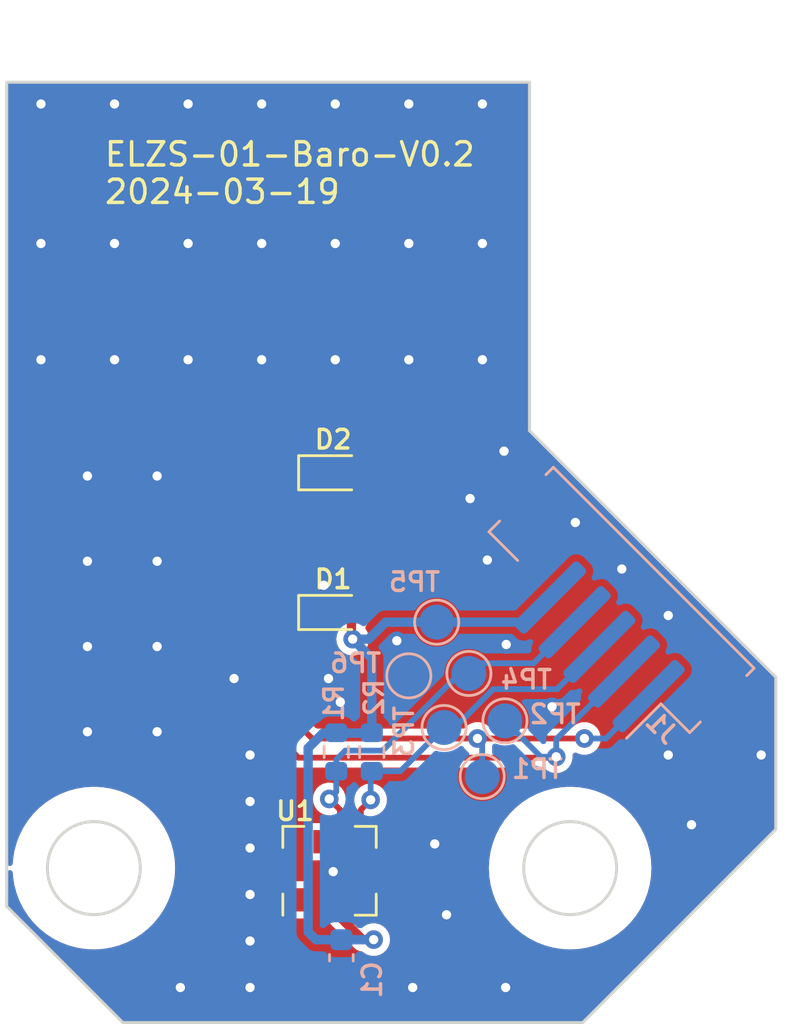
<source format=kicad_pcb>
(kicad_pcb (version 20221018) (generator pcbnew)
  (title_block (title "ELZS-01-Baro") (date "2024-03-19") (rev "V0.2") (company "Ovobot") (comment 1 "ELZS-01 Baro副板，V0.1，33x41x1.6mm ，FR4，2层，绿油白字，无铅喷锡"))
  (layers (0 "F.Cu" signal) (31 "B.Cu" signal) (34 "B.Paste" user) (35 "F.Paste" user) (36 "B.SilkS" user "B.Silkscreen") (37 "F.SilkS" user "F.Silkscreen") (38 "B.Mask" user) (39 "F.Mask" user) (44 "Edge.Cuts" user))
  (net 0 "")
  (net 1 "+3V3")
  (net 2 "/LED_RED")
  (net 3 "/LED_BLUE")
  (net 4 "GND")
  (net 5 "/SDA1")
  (net 6 "/SCL1")
  (footprint "Diode_SMD:D_0603_1608Metric" (layer "F.Cu") (at 87.575 99.862)
    (fp_text reference "D2" (at 0 -1.43) (layer "F.SilkS") (effects (font (size 0.8 0.8))))
    (fp_text value "BLUE")
    (fp_line (start -1.485 -0.735) (end -1.485 0.735) (stroke (width 0.12)) (layer "F.SilkS"))
    (fp_line (start -1.485 0.735) (end 0.8 0.735) (stroke (width 0.12)) (layer "F.SilkS"))
    (fp_line (start 0.8 -0.735) (end -1.485 -0.735) (stroke (width 0.12)) (layer "F.SilkS"))
    (pad "1" smd roundrect (at -0.7875 0) (size 0.875 0.95) (layers "F.Cu" "F.Paste" "F.Mask") (net 3 "/LED_BLUE"))
    (pad "2" smd roundrect (at 0.7875 0) (size 0.875 0.95) (layers "F.Cu" "F.Paste" "F.Mask") (net 1 "+3V3"))
  )
  (footprint "Diode_SMD:D_0603_1608Metric" (layer "F.Cu") (at 87.575 105.87)
    (fp_text reference "D1" (at 0 -1.43) (layer "F.SilkS") (effects (font (size 0.8 0.8))))
    (fp_text value "RED")
    (fp_line (start -1.485 -0.735) (end -1.485 0.735) (stroke (width 0.12)) (layer "F.SilkS"))
    (fp_line (start -1.485 0.735) (end 0.8 0.735) (stroke (width 0.12)) (layer "F.SilkS"))
    (fp_line (start 0.8 -0.735) (end -1.485 -0.735) (stroke (width 0.12)) (layer "F.SilkS"))
    (pad "1" smd roundrect (at -0.7875 0) (size 0.875 0.95) (layers "F.Cu" "F.Paste" "F.Mask") (net 2 "/LED_RED"))
    (pad "2" smd roundrect (at 0.7875 0) (size 0.875 0.95) (layers "F.Cu" "F.Paste" "F.Mask") (net 1 "+3V3"))
  )
  (footprint "Ovo_Package_LGA:HOPERF_LGA-8_3.8x3.6mm_P0.9mm" (layer "F.Cu") (at 87.42 116.98 90)
    (fp_text reference "U1" (at 2.567 -1.487 unlocked) (layer "F.SilkS") (effects (font (size 0.8 0.8))))
    (fp_text value "HP203B")
    (fp_line (start -1.91 -2.01) (end -1 -2.01) (stroke (width 0.12)) (layer "F.SilkS"))
    (fp_line (start -1.91 2.01) (end -1.91 1.1) (stroke (width 0.12)) (layer "F.SilkS"))
    (fp_line (start -1 2.01) (end -1.91 2.01) (stroke (width 0.12)) (layer "F.SilkS"))
    (fp_line (start 1 -2.01) (end 1.91 -2.01) (stroke (width 0.12)) (layer "F.SilkS"))
    (fp_line (start 1.91 -2.01) (end 1.91 -1.1) (stroke (width 0.12)) (layer "F.SilkS"))
    (fp_line (start 1.91 1.1) (end 1.91 2.01) (stroke (width 0.12)) (layer "F.SilkS"))
    (fp_line (start 1.91 2.01) (end 1 2.01) (stroke (width 0.12)) (layer "F.SilkS"))
    (pad "1" smd rect (at -1.25 -1.35 90) (size 1 0.5) (layers "F.Cu" "F.Paste" "F.Mask"))
    (pad "2" smd rect (at -1.25 -0.45 90) (size 1 0.5) (layers "F.Cu" "F.Paste" "F.Mask") (net 4 "GND"))
    (pad "3" smd rect (at -1.25 0.45 90) (size 1 0.5) (layers "F.Cu" "F.Paste" "F.Mask") (net 1 "+3V3"))
    (pad "4" smd rect (at -1.25 1.35 90) (size 1 0.5) (layers "F.Cu" "F.Paste" "F.Mask"))
    (pad "5" smd rect (at 1.25 1.35 90) (size 1 0.5) (layers "F.Cu" "F.Paste" "F.Mask") (net 6 "/SCL1"))
    (pad "6" smd rect (at 1.25 0.45 90) (size 1 0.5) (layers "F.Cu" "F.Paste" "F.Mask") (net 5 "/SDA1"))
    (pad "7" smd rect (at 1.25 -0.45 90) (size 1 0.5) (layers "F.Cu" "F.Paste" "F.Mask"))
    (pad "8" smd rect (at 1.25 -1.35 90) (size 1 0.5) (layers "F.Cu" "F.Paste" "F.Mask") (net 4 "GND"))
  )
  (footprint "Resistor_SMD:R_0603_1608Metric" (layer "B.Cu") (at 87.71 111.87 -90)
    (fp_text reference "R1" (at -2.108 0.099 90) (layer "B.SilkS") (effects (font (size 0.8 0.8)) (justify mirror)))
    (fp_text value "10K")
    (fp_line (start -0.237258 -0.5225) (end 0.237258 -0.5225) (stroke (width 0.12)) (layer "B.SilkS"))
    (fp_line (start -0.237258 0.5225) (end 0.237258 0.5225) (stroke (width 0.12)) (layer "B.SilkS"))
    (pad "1" smd roundrect (at -0.825 0 270) (size 0.8 0.95) (layers "B.Cu" "B.Paste" "B.Mask") (net 1 "+3V3"))
    (pad "2" smd roundrect (at 0.825 0 270) (size 0.8 0.95) (layers "B.Cu" "B.Paste" "B.Mask") (net 5 "/SDA1"))
  )
  (footprint "TestPoint:TestPoint_Pad_D1.5mm" (layer "B.Cu") (at 93.418 108.493 180)
    (fp_text reference "TP4" (at -2.472 -0.268) (layer "B.SilkS") (effects (font (size 0.8 0.8)) (justify mirror)))
    (fp_text value "SDA")
    (fp_circle (center 0 0) (end 0 -0.95) (stroke (width 0.12)) (fill none) (layer "B.SilkS"))
    (pad "1" smd circle (at 0 0 180) (size 1.5 1.5) (layers "B.Cu" "B.Mask") (net 5 "/SDA1"))
  )
  (footprint "TestPoint:TestPoint_Pad_D1.5mm" (layer "B.Cu") (at 92.033 106.287 180)
    (fp_text reference "TP5" (at 0.959 1.726) (layer "B.SilkS") (effects (font (size 0.8 0.8)) (justify mirror)))
    (fp_text value "3V3")
    (fp_circle (center 0 0) (end 0 -0.95) (stroke (width 0.12)) (fill none) (layer "B.SilkS"))
    (pad "1" smd circle (at 0 0 180) (size 1.5 1.5) (layers "B.Cu" "B.Mask") (net 1 "+3V3"))
  )
  (footprint "TestPoint:TestPoint_Pad_D1.5mm" (layer "B.Cu") (at 92.349 110.818 180)
    (fp_text reference "TP3" (at 1.72 -0.175 90) (layer "B.SilkS") (effects (font (size 0.8 0.8)) (justify mirror)))
    (fp_text value "SCL")
    (fp_circle (center 0 0) (end 0 -0.95) (stroke (width 0.12)) (fill none) (layer "B.SilkS"))
    (pad "1" smd circle (at 0 0 180) (size 1.5 1.5) (layers "B.Cu" "B.Mask") (net 6 "/SCL1"))
  )
  (footprint "TestPoint:TestPoint_Pad_D1.5mm" (layer "B.Cu") (at 94.972 110.533 180)
    (fp_text reference "TP2" (at -2.157 0.288) (layer "B.SilkS") (effects (font (size 0.8 0.8)) (justify mirror)))
    (fp_text value "LED_BLUE")
    (fp_circle (center 0 0) (end 0 -0.95) (stroke (width 0.12)) (fill none) (layer "B.SilkS"))
    (pad "1" smd circle (at 0 0 180) (size 1.5 1.5) (layers "B.Cu" "B.Mask") (net 3 "/LED_BLUE"))
  )
  (footprint "TestPoint:TestPoint_Pad_D1.5mm" (layer "B.Cu") (at 90.833 108.595 180)
    (fp_text reference "TP6" (at 2.291 0.544) (layer "B.SilkS") (effects (font (size 0.8 0.8)) (justify mirror)))
    (fp_text value "GND")
    (fp_circle (center 0 0) (end 0 -0.95) (stroke (width 0.12)) (fill none) (layer "B.SilkS"))
    (pad "1" smd circle (at 0 0 180) (size 1.5 1.5) (layers "B.Cu" "B.Mask") (net 4 "GND"))
  )
  (footprint "Capacitor_SMD:C_0603_1608Metric" (layer "B.Cu") (at 87.93 120.72 -90)
    (fp_text reference "C1" (at 0.947 -1.322 90) (layer "B.SilkS") (effects (font (size 0.8 0.8)) (justify mirror)))
    (fp_text value "4.7uF")
    (fp_line (start -0.14058 -0.51) (end 0.14058 -0.51) (stroke (width 0.12)) (layer "B.SilkS"))
    (fp_line (start -0.14058 0.51) (end 0.14058 0.51) (stroke (width 0.12)) (layer "B.SilkS"))
    (pad "1" smd roundrect (at -0.775 0 270) (size 0.9 0.95) (layers "B.Cu" "B.Paste" "B.Mask") (net 1 "+3V3"))
    (pad "2" smd roundrect (at 0.775 0 270) (size 0.9 0.95) (layers "B.Cu" "B.Paste" "B.Mask") (net 4 "GND"))
  )
  (footprint "Ovo_Connector_JST:JST_ZH_B6B-ZR-SM4-TF_1x06-1MP_P1.50mm_Vertical" (layer "B.Cu") (at 98.997868 106.322132 135)
    (fp_text reference "J1" (at -5.12511 -1.254221 135) (layer "B.SilkS") (effects (font (size 0.8 0.8)) (justify mirror)))
    (fp_text value "ZH1.5MM/6ASMT")
    (fp_line (start -6.11 -0.56) (end -4.36 -0.56) (stroke (width 0.12)) (layer "B.SilkS"))
    (fp_line (start -6.11 0.09) (end -6.11 -0.56) (stroke (width 0.12)) (layer "B.SilkS"))
    (fp_line (start -6.11 2.91) (end -6.11 3.36) (stroke (width 0.12)) (layer "B.SilkS"))
    (fp_line (start -6.11 3.36) (end 6.11 3.36) (stroke (width 0.12)) (layer "B.SilkS"))
    (fp_line (start -4.36 -0.56) (end -4.36 -2.65) (stroke (width 0.12)) (layer "B.SilkS"))
    (fp_line (start 6.11 -0.56) (end 4.36 -0.56) (stroke (width 0.12)) (layer "B.SilkS"))
    (fp_line (start 6.11 0.09) (end 6.11 -0.56) (stroke (width 0.12)) (layer "B.SilkS"))
    (fp_line (start 6.11 3.36) (end 6.11 2.91) (stroke (width 0.12)) (layer "B.SilkS"))
    (pad "1" smd roundrect (at -3.75 -0.7 135) (size 0.7 3.9) (layers "B.Cu" "B.Paste" "B.Mask") (net 2 "/LED_RED"))
    (pad "2" smd roundrect (at -2.25 -0.7 135) (size 0.7 3.9) (layers "B.Cu" "B.Paste" "B.Mask") (net 3 "/LED_BLUE"))
    (pad "3" smd roundrect (at -0.75 -0.7 135) (size 0.7 3.9) (layers "B.Cu" "B.Paste" "B.Mask") (net 6 "/SCL1"))
    (pad "4" smd roundrect (at 0.75 -0.7 135) (size 0.7 3.9) (layers "B.Cu" "B.Paste" "B.Mask") (net 5 "/SDA1"))
    (pad "5" smd roundrect (at 2.25 -0.7 135) (size 0.7 3.9) (layers "B.Cu" "B.Paste" "B.Mask") (net 1 "+3V3"))
    (pad "6" smd roundrect (at 3.75 -0.7 135) (size 0.7 3.9) (layers "B.Cu" "B.Paste" "B.Mask") (net 4 "GND"))
    (pad "MP" smd roundrect (at -5.8 1.5 135) (size 1.5 2.3) (layers "B.Cu" "B.Paste" "B.Mask") (roundrect_rratio 0.1666673333) (net 4 "GND"))
    (pad "MP" smd roundrect (at 5.8 1.5 135) (size 1.5 2.3) (layers "B.Cu" "B.Paste" "B.Mask") (roundrect_rratio 0.1666673333) (net 4 "GND"))
  )
  (footprint "Resistor_SMD:R_0603_1608Metric" (layer "B.Cu") (at 89.24 111.87 -90)
    (fp_text reference "R2" (at -2.338 -0.1 90) (layer "B.SilkS") (effects (font (size 0.8 0.8)) (justify mirror)))
    (fp_text value "10K")
    (fp_line (start -0.237258 -0.5225) (end 0.237258 -0.5225) (stroke (width 0.12)) (layer "B.SilkS"))
    (fp_line (start -0.237258 0.5225) (end 0.237258 0.5225) (stroke (width 0.12)) (layer "B.SilkS"))
    (pad "1" smd roundrect (at -0.825 0 270) (size 0.8 0.95) (layers "B.Cu" "B.Paste" "B.Mask") (net 1 "+3V3"))
    (pad "2" smd roundrect (at 0.825 0 270) (size 0.8 0.95) (layers "B.Cu" "B.Paste" "B.Mask") (net 6 "/SCL1"))
  )
  (footprint "TestPoint:TestPoint_Pad_D1.5mm" (layer "B.Cu") (at 93.992 112.928 180)
    (fp_text reference "TP1" (at -2.373 0.326) (layer "B.SilkS") (effects (font (size 0.8 0.8)) (justify mirror)))
    (fp_text value "LED_RED")
    (fp_circle (center 0 0) (end 0 -0.95) (stroke (width 0.12)) (fill none) (layer "B.SilkS"))
    (pad "1" smd circle (at 0 0 180) (size 1.5 1.5) (layers "B.Cu" "B.Mask") (net 2 "/LED_RED"))
  )
  (gr_line (start 73.527048 83.064762) (end 73.527048 118.51) (stroke (width 0.13)) (layer "Edge.Cuts"))
  (gr_line (start 78.527048 123.51) (end 73.527048 118.51) (stroke (width 0.13)) (layer "Edge.Cuts"))
  (gr_line (start 96.027048 83.064762) (end 96.027048 98.051053) (stroke (width 0.13)) (layer "Edge.Cuts"))
  (gr_line (start 96.027048 98.051053) (end 106.623794 108.647799) (stroke (width 0.13)) (layer "Edge.Cuts"))
  (gr_line (start 98.31 123.51) (end 78.527048 123.51) (stroke (width 0.13)) (layer "Edge.Cuts"))
  (gr_circle (center 77.277048 116.864762) (end 75.277048 116.864762) (stroke (width 0.13)) (fill none) (layer "Edge.Cuts"))
  (gr_circle (center 97.777048 116.864762) (end 95.777048 116.864762) (stroke (width 0.13)) (fill none) (layer "Edge.Cuts"))
  (gr_line (start 96.027048 83.064762) (end 73.527048 83.064762) (stroke (width 0.13)) (layer "Edge.Cuts"))
  (gr_line (start 106.627048 115.198852) (end 98.318908 123.506992) (stroke (width 0.13)) (layer "Edge.Cuts"))
  (gr_line (start 106.627048 115.198852) (end 106.627048 108.651053) (stroke (width 0.13)) (layer "Edge.Cuts"))
  (gr_text "ELZS-01-Baro-${REVISION}\n${ISSUE_DATE}" (at 77.661 86.972) (layer "F.SilkS") (effects (font (size 1 1)) (justify left)))
  (segment (start 88.84 119.94) (end 87.87 118.97) (width 0.4) (layer "F.Cu") (net 1))
  (segment (start 87.87 118.97) (end 87.87 118.23) (width 0.4) (layer "F.Cu") (net 1))
  (segment (start 88.3625 99.862) (end 88.3625 105.87) (width 0.4) (layer "F.Cu") (net 1))
  (segment (start 88.3625 106.9635) (end 88.3625 105.87) (width 0.4) (layer "F.Cu") (net 1))
  (segment (start 88.4165 107.0175) (end 88.3625 106.9635) (width 0.25) (layer "F.Cu") (net 1))
  (segment (start 89.32 119.94) (end 88.84 119.94) (width 0.4) (layer "F.Cu") (net 1))
  (via (at 88.4165 107.0175) (size 0.8) (drill 0.4) (layers "F.Cu" "B.Cu") (net 1))
  (via (at 89.32 119.94) (size 0.8) (drill 0.4) (layers "F.Cu" "B.Cu") (net 1))
  (segment (start 89.104129 107.0175) (end 89.834629 106.287) (width 0.4) (layer "B.Cu") (net 1))
  (segment (start 88.4165 107.0175) (end 89.104129 107.0175) (width 0.4) (layer "B.Cu") (net 1))
  (segment (start 87.14 111.06) (end 86.5 111.7) (width 0.4) (layer "B.Cu") (net 1))
  (segment (start 89.24 111.045) (end 89.225 111.06) (width 0.4) (layer "B.Cu") (net 1))
  (segment (start 89.315 119.945) (end 87.93 119.945) (width 0.4) (layer "B.Cu") (net 1))
  (segment (start 86.835 119.945) (end 87.93 119.945) (width 0.4) (layer "B.Cu") (net 1))
  (segment (start 88.4165 107.0175) (end 89.24 107.841) (width 0.4) (layer "B.Cu") (net 1))
  (segment (start 92.033 106.287) (end 95.851019 106.287) (width 0.4) (layer "B.Cu") (net 1))
  (segment (start 89.24 107.841) (end 89.24 111.045) (width 0.4) (layer "B.Cu") (net 1))
  (segment (start 86.5 119.61) (end 86.835 119.945) (width 0.4) (layer "B.Cu") (net 1))
  (segment (start 89.834629 106.287) (end 92.033 106.287) (width 0.4) (layer "B.Cu") (net 1))
  (segment (start 95.851019 106.287) (end 96.911903 105.226116) (width 0.4) (layer "B.Cu") (net 1))
  (segment (start 86.5 111.7) (end 86.5 119.61) (width 0.4) (layer "B.Cu") (net 1))
  (segment (start 89.225 111.06) (end 87.14 111.06) (width 0.4) (layer "B.Cu") (net 1))
  (segment (start 85.66 106.53) (end 86.32 105.87) (width 0.25) (layer "F.Cu") (net 2))
  (segment (start 86.67 111.29) (end 85.66 110.28) (width 0.25) (layer "F.Cu") (net 2))
  (segment (start 93.788 111.29) (end 86.67 111.29) (width 0.25) (layer "F.Cu") (net 2))
  (segment (start 85.66 110.28) (end 85.66 106.53) (width 0.25) (layer "F.Cu") (net 2))
  (segment (start 98.39 111.29) (end 93.788 111.29) (width 0.25) (layer "F.Cu") (net 2))
  (via (at 93.788 111.29) (size 0.8) (drill 0.4) (layers "F.Cu" "B.Cu") (net 2))
  (via (at 98.39 111.29) (size 0.8) (drill 0.4) (layers "F.Cu" "B.Cu") (net 2))
  (segment (start 93.992 112.928) (end 93.992 111.494) (width 0.25) (layer "B.Cu") (net 2))
  (segment (start 98.39 111.29) (end 99.32 111.29) (width 0.25) (layer "B.Cu") (net 2))
  (segment (start 101.141243 109.468757) (end 101.154544 109.468757) (width 0.25) (layer "B.Cu") (net 2))
  (segment (start 99.32 111.29) (end 101.141243 109.468757) (width 0.25) (layer "B.Cu") (net 2))
  (segment (start 93.992 111.494) (end 93.788 111.29) (width 0.25) (layer "B.Cu") (net 2))
  (segment (start 97.178 112.077) (end 97.140523 112.114477) (width 0.25) (layer "F.Cu") (net 3))
  (segment (start 86.7875 103.9095) (end 86.7875 99.862) (width 0.25) (layer "F.Cu") (net 3))
  (segment (start 84.75 105.947) (end 86.7875 103.9095) (width 0.25) (layer "F.Cu") (net 3))
  (segment (start 86.084477 112.114477) (end 84.75 110.78) (width 0.25) (layer "F.Cu") (net 3))
  (segment (start 84.75 110.78) (end 84.75 105.947) (width 0.25) (layer "F.Cu") (net 3))
  (segment (start 97.140523 112.114477) (end 86.084477 112.114477) (width 0.25) (layer "F.Cu") (net 3))
  (via (at 97.178 112.077) (size 0.8) (drill 0.4) (layers "F.Cu" "B.Cu") (net 3))
  (segment (start 97.178 112.077) (end 97.178 111.323981) (width 0.25) (layer "B.Cu") (net 3))
  (segment (start 96.516 112.077) (end 94.972 110.533) (width 0.25) (layer "B.Cu") (net 3))
  (segment (start 97.178 111.323981) (end 100.093884 108.408097) (width 0.25) (layer "B.Cu") (net 3))
  (segment (start 97.178 112.077) (end 96.516 112.077) (width 0.25) (layer "B.Cu") (net 3))
  (via (at 84.499998 84) (size 0.8) (drill 0.4) (layers "F.Cu" "B.Cu") (net 4))
  (via (at 84 122) (size 0.8) (drill 0.4) (layers "F.Cu" "B.Cu") (net 4))
  (via (at 94.213 103.615) (size 0.8) (drill 0.4) (layers "F.Cu" "B.Cu") (net 4))
  (via (at 94 95) (size 0.8) (drill 0.4) (layers "F.Cu" "B.Cu") (net 4))
  (via (at 91 122) (size 0.8) (drill 0.4) (layers "F.Cu" "B.Cu") (net 4))
  (via (at 87.884 109.728) (size 0.8) (drill 0.4) (layers "F.Cu" "B.Cu") (net 4))
  (via (at 84.499998 95) (size 0.8) (drill 0.4) (layers "F.Cu" "B.Cu") (net 4))
  (via (at 90.83333 84) (size 0.8) (drill 0.4) (layers "F.Cu" "B.Cu") (net 4))
  (via (at 80 100) (size 0.8) (drill 0.4) (layers "F.Cu" "B.Cu") (net 4))
  (via (at 77 100) (size 0.8) (drill 0.4) (layers "F.Cu" "B.Cu") (net 4))
  (via (at 90.83333 90) (size 0.8) (drill 0.4) (layers "F.Cu" "B.Cu") (net 4))
  (via (at 81.333332 90) (size 0.8) (drill 0.4) (layers "F.Cu" "B.Cu") (net 4))
  (via (at 102 106) (size 0.8) (drill 0.4) (layers "F.Cu" "B.Cu") (net 4))
  (via (at 80 103.666666) (size 0.8) (drill 0.4) (layers "F.Cu" "B.Cu") (net 4))
  (via (at 91.948 115.824) (size 0.8) (drill 0.4) (layers "F.Cu" "B.Cu") (net 4))
  (via (at 75 90) (size 0.8) (drill 0.4) (layers "F.Cu" "B.Cu") (net 4))
  (via (at 81.333332 84) (size 0.8) (drill 0.4) (layers "F.Cu" "B.Cu") (net 4))
  (via (at 90.83333 95) (size 0.8) (drill 0.4) (layers "F.Cu" "B.Cu") (net 4))
  (via (at 94 90) (size 0.8) (drill 0.4) (layers "F.Cu" "B.Cu") (net 4))
  (via (at 87.666664 84) (size 0.8) (drill 0.4) (layers "F.Cu" "B.Cu") (net 4))
  (via (at 94 84) (size 0.8) (drill 0.4) (layers "F.Cu" "B.Cu") (net 4))
  (via (at 87.1728 104.6988) (size 0.8) (drill 0.4) (layers "F.Cu" "B.Cu") (net 4))
  (via (at 80 107.333332) (size 0.8) (drill 0.4) (layers "F.Cu" "B.Cu") (net 4))
  (via (at 84 118) (size 0.8) (drill 0.4) (layers "F.Cu" "B.Cu") (net 4))
  (via (at 92.456 118.872) (size 0.8) (drill 0.4) (layers "F.Cu" "B.Cu") (net 4))
  (via (at 100 104) (size 0.8) (drill 0.4) (layers "F.Cu" "B.Cu") (net 4))
  (via (at 90.317 107.0865) (size 0.8) (drill 0.4) (layers "F.Cu" "B.Cu") (net 4))
  (via (at 94.932 98.933) (size 0.8) (drill 0.4) (layers "F.Cu" "B.Cu") (net 4))
  (via (at 83.312 108.712) (size 0.8) (drill 0.4) (layers "F.Cu" "B.Cu") (net 4))
  (via (at 84 114) (size 0.8) (drill 0.4) (layers "F.Cu" "B.Cu") (net 4))
  (via (at 77 107.333332) (size 0.8) (drill 0.4) (layers "F.Cu" "B.Cu") (net 4))
  (via (at 84 120) (size 0.8) (drill 0.4) (layers "F.Cu" "B.Cu") (net 4))
  (via (at 95 122) (size 0.8) (drill 0.4) (layers "F.Cu" "B.Cu") (net 4))
  (via (at 80 111) (size 0.8) (drill 0.4) (layers "F.Cu" "B.Cu") (net 4))
  (via (at 84 116) (size 0.8) (drill 0.4) (layers "F.Cu" "B.Cu") (net 4))
  (via (at 77 111) (size 0.8) (drill 0.4) (layers "F.Cu" "B.Cu") (net 4))
  (via (at 103 115) (size 0.8) (drill 0.4) (layers "F.Cu" "B.Cu") (net 4))
  (via (at 81 122) (size 0.8) (drill 0.4) (layers "F.Cu" "B.Cu") (net 4))
  (via (at 78.166666 90) (size 0.8) (drill 0.4) (layers "F.Cu" "B.Cu") (net 4))
  (via (at 98 102) (size 0.8) (drill 0.4) (layers "F.Cu" "B.Cu") (net 4))
  (via (at 78.166666 95) (size 0.8) (drill 0.4) (layers "F.Cu" "B.Cu") (net 4))
  (via (at 87.376 108.712) (size 0.8) (drill 0.4) (layers "F.Cu" "B.Cu") (net 4))
  (via (at 75 84) (size 0.8) (drill 0.4) (layers "F.Cu" "B.Cu") (net 4))
  (via (at 81.333332 95) (size 0.8) (drill 0.4) (layers "F.Cu" "B.Cu") (net 4))
  (via (at 77 103.666666) (size 0.8) (drill 0.4) (layers "F.Cu" "B.Cu") (net 4))
  (via (at 87.666664 95) (size 0.8) (drill 0.4) (layers "F.Cu" "B.Cu") (net 4))
  (via (at 87.578 117.017) (size 0.8) (drill 0.4) (layers "F.Cu" "B.Cu") (net 4))
  (via (at 93.469 100.972) (size 0.8) (drill 0.4) (layers "F.Cu" "B.Cu") (net 4))
  (via (at 84 112) (size 0.8) (drill 0.4) (layers "F.Cu" "B.Cu") (net 4))
  (via (at 95.026 107.247) (size 0.8) (drill 0.4) (layers "F.Cu" "B.Cu") (net 4))
  (via (at 75 95) (size 0.8) (drill 0.4) (layers "F.Cu" "B.Cu") (net 4))
  (via (at 106 112) (size 0.8) (drill 0.4) (layers "F.Cu" "B.Cu") (net 4))
  (via (at 87.666664 90) (size 0.8) (drill 0.4) (layers "F.Cu" "B.Cu") (net 4))
  (via (at 102 112) (size 0.8) (drill 0.4) (layers "F.Cu" "B.Cu") (net 4))
  (via (at 96.995 109.925) (size 0.8) (drill 0.4) (layers "F.Cu" "B.Cu") (net 4))
  (via (at 78.166666 84) (size 0.8) (drill 0.4) (layers "F.Cu" "B.Cu") (net 4))
  (via (at 84.499998 90) (size 0.8) (drill 0.4) (layers "F.Cu" "B.Cu") (net 4))
  (segment (start 87.41 113.89) (end 87.87 114.35) (width 0.25) (layer "F.Cu") (net 5))
  (segment (start 87.87 114.35) (end 87.87 115.73) (width 0.25) (layer "F.Cu") (net 5))
  (via (at 87.41 113.89) (size 0.8) (drill 0.4) (layers "F.Cu" "B.Cu") (net 5))
  (segment (start 87.71 112.2) (end 87.71 113.59) (width 0.25) (layer "B.Cu") (net 5))
  (segment (start 93.856 108.055) (end 96.20434 108.055) (width 0.25) (layer "B.Cu") (net 5))
  (segment (start 89.703 111.812) (end 88.098 111.812) (width 0.25) (layer "B.Cu") (net 5))
  (segment (start 93.418 108.493) (end 93.022 108.493) (width 0.25) (layer "B.Cu") (net 5))
  (segment (start 87.71 113.59) (end 87.41 113.89) (width 0.25) (layer "B.Cu") (net 5))
  (segment (start 93.022 108.493) (end 89.703 111.812) (width 0.25) (layer "B.Cu") (net 5))
  (segment (start 96.20434 108.055) (end 97.972563 106.286777) (width 0.25) (layer "B.Cu") (net 5))
  (segment (start 88.098 111.812) (end 87.71 112.2) (width 0.25) (layer "B.Cu") (net 5))
  (segment (start 93.418 108.493) (end 93.856 108.055) (width 0.25) (layer "B.Cu") (net 5))
  (segment (start 88.77 114.35) (end 88.77 115.73) (width 0.25) (layer "F.Cu") (net 6))
  (segment (start 89.19 113.93) (end 88.77 114.35) (width 0.25) (layer "F.Cu") (net 6))
  (via (at 89.19 113.93) (size 0.8) (drill 0.4) (layers "F.Cu" "B.Cu") (net 6))
  (segment (start 90.472 112.695) (end 89.24 112.695) (width 0.25) (layer "B.Cu") (net 6))
  (segment (start 97.21266 109.168) (end 99.033223 107.347437) (width 0.25) (layer "B.Cu") (net 6))
  (segment (start 94.465 109.168) (end 97.21266 109.168) (width 0.25) (layer "B.Cu") (net 6))
  (segment (start 92.349 110.818) (end 92.815 110.818) (width 0.25) (layer "B.Cu") (net 6))
  (segment (start 92.815 110.818) (end 94.465 109.168) (width 0.25) (layer "B.Cu") (net 6))
  (segment (start 89.19 113.93) (end 89.19 112.745) (width 0.25) (layer "B.Cu") (net 6))
  (segment (start 92.349 110.818) (end 90.472 112.695) (width 0.25) (layer "B.Cu") (net 6))
  (zone (net 0) (net_name "") (layers "F&B.Cu") (connect_pads (clearance 0)) (min_thickness 0.25)
    (keepout (tracks not_allowed) (vias not_allowed) (pads not_allowed) (copperpour not_allowed) (footprints not_allowed))
    (fill (thermal_gap 0.5) (thermal_bridge_width 0.5))
    (polygon (pts (xy 101.277048 116.864762) (xy 101.257875 116.498912) (xy 101.200565 116.137071) (xy 101.105746 115.783203) (xy 100.974457 115.441184) (xy 100.808137 115.114762) (xy 100.608607 114.807514) (xy 100.378055 114.522805) (xy 100.119005 114.263755) (xy 99.834296 114.033203) (xy 99.527048 113.833673) (xy 99.200626 113.667353) (xy 98.858607 113.536064) (xy 98.504739 113.441245) (xy 98.142898 113.383935) (xy 97.777048 113.364762) (xy 97.411198 113.383935) (xy 97.049357 113.441245) (xy 96.695489 113.536064) (xy 96.35347 113.667353) (xy 96.027048 113.833673) (xy 95.7198 114.033203) (xy 95.435091 114.263755) (xy 95.176041 114.522805) (xy 94.945489 114.807514) (xy 94.745959 115.114762) (xy 94.579639 115.441184) (xy 94.44835 115.783203) (xy 94.353531 116.137071) (xy 94.296221 116.498912) (xy 94.277048 116.864762) (xy 94.296221 117.230612) (xy 94.353531 117.592453) (xy 94.44835 117.946321) (xy 94.579639 118.28834) (xy 94.745959 118.614762) (xy 94.945489 118.92201) (xy 95.176041 119.206719) (xy 95.435091 119.465769) (xy 95.7198 119.696321) (xy 96.027048 119.895851) (xy 96.35347 120.062171) (xy 96.695489 120.19346) (xy 97.049357 120.288279) (xy 97.411198 120.345589) (xy 97.777048 120.364762) (xy 98.142898 120.345589) (xy 98.504739 120.288279) (xy 98.858607 120.19346) (xy 99.200626 120.062171) (xy 99.527048 119.895851) (xy 99.834296 119.696321) (xy 100.119005 119.465769) (xy 100.378055 119.206719) (xy 100.608607 118.92201) (xy 100.808137 118.614762) (xy 100.974457 118.28834) (xy 101.105746 117.946321) (xy 101.200565 117.592453) (xy 101.257875 117.230612)))
  )
  (zone (net 0) (net_name "") (layers "F&B.Cu") (connect_pads (clearance 0)) (min_thickness 0.25)
    (keepout (tracks not_allowed) (vias not_allowed) (pads not_allowed) (copperpour not_allowed) (footprints not_allowed))
    (fill (thermal_gap 0.5) (thermal_bridge_width 0.5))
    (polygon (pts (xy 80.777048 116.864762) (xy 80.757875 116.498912) (xy 80.700565 116.137071) (xy 80.605746 115.783203) (xy 80.474457 115.441184) (xy 80.308137 115.114762) (xy 80.108607 114.807514) (xy 79.878055 114.522805) (xy 79.619005 114.263755) (xy 79.334296 114.033203) (xy 79.027048 113.833673) (xy 78.700626 113.667353) (xy 78.358607 113.536064) (xy 78.004739 113.441245) (xy 77.642898 113.383935) (xy 77.277048 113.364762) (xy 76.911198 113.383935) (xy 76.549357 113.441245) (xy 76.195489 113.536064) (xy 75.85347 113.667353) (xy 75.527048 113.833673) (xy 75.2198 114.033203) (xy 74.935091 114.263755) (xy 74.676041 114.522805) (xy 74.445489 114.807514) (xy 74.245959 115.114762) (xy 74.079639 115.441184) (xy 73.94835 115.783203) (xy 73.853531 116.137071) (xy 73.796221 116.498912) (xy 73.777048 116.864762) (xy 73.796221 117.230612) (xy 73.853531 117.592453) (xy 73.94835 117.946321) (xy 74.079639 118.28834) (xy 74.245959 118.614762) (xy 74.445489 118.92201) (xy 74.676041 119.206719) (xy 74.935091 119.465769) (xy 75.2198 119.696321) (xy 75.527048 119.895851) (xy 75.85347 120.062171) (xy 76.195489 120.19346) (xy 76.549357 120.288279) (xy 76.911198 120.345589) (xy 77.277048 120.364762) (xy 77.642898 120.345589) (xy 78.004739 120.288279) (xy 78.358607 120.19346) (xy 78.700626 120.062171) (xy 79.027048 119.895851) (xy 79.334296 119.696321) (xy 79.619005 119.465769) (xy 79.878055 119.206719) (xy 80.108607 118.92201) (xy 80.308137 118.614762) (xy 80.474457 118.28834) (xy 80.605746 117.946321) (xy 80.700565 117.592453) (xy 80.757875 117.230612)))
  )
  (zone (net 4) (net_name "GND") (layers "F&B.Cu") (connect_pads yes (clearance 0.3)) (min_thickness 0.25) (fill yes (thermal_gap 0.5) (thermal_bridge_width 0.5))
    (polygon (pts (xy 73.54 83.06) (xy 73.54 123.59) (xy 106.68 123.59) (xy 107.22 123.05) (xy 107.22 83.06)))
  )
)
</source>
